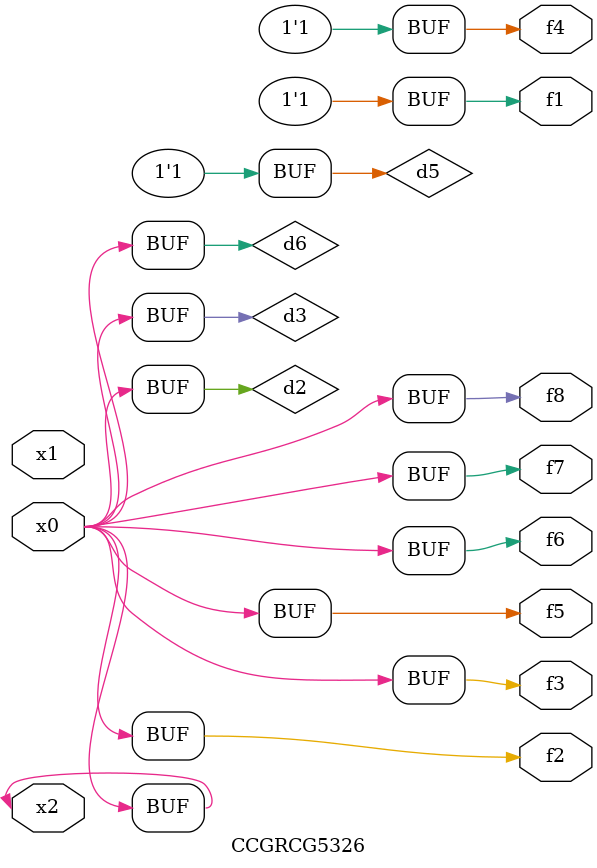
<source format=v>
module CCGRCG5326(
	input x0, x1, x2,
	output f1, f2, f3, f4, f5, f6, f7, f8
);

	wire d1, d2, d3, d4, d5, d6;

	xnor (d1, x2);
	buf (d2, x0, x2);
	and (d3, x0);
	xnor (d4, x1, x2);
	nand (d5, d1, d3);
	buf (d6, d2, d3);
	assign f1 = d5;
	assign f2 = d6;
	assign f3 = d6;
	assign f4 = d5;
	assign f5 = d6;
	assign f6 = d6;
	assign f7 = d6;
	assign f8 = d6;
endmodule

</source>
